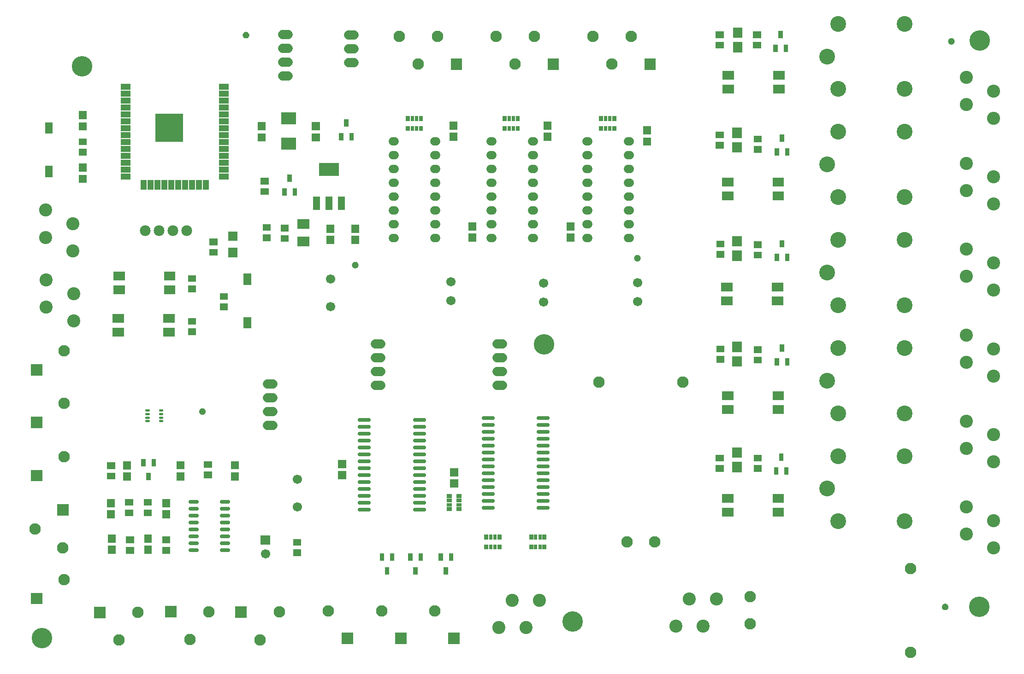
<source format=gts>
G04 Layer: TopSolderMaskLayer*
G04 EasyEDA v6.4.25, 2021-10-12T19:11:13--3:00*
G04 c22c5ad297e649dda918693bc59ac449,3e531cdebb5f4b4d8e7d377dd7e3e81f,10*
G04 Gerber Generator version 0.2*
G04 Scale: 100 percent, Rotated: No, Reflected: No *
G04 Dimensions in millimeters *
G04 leading zeros omitted , absolute positions ,4 integer and 5 decimal *
%FSLAX45Y45*%
%MOMM*%

%ADD65C,0.6616*%
%ADD66C,1.7272*%
%ADD67C,1.5616*%
%ADD68C,0.4656*%
%ADD69C,0.7016*%
%ADD70R,1.4516X1.5116*%
%ADD72C,2.1016*%
%ADD78C,3.7592*%
%ADD80C,2.4016*%
%ADD88C,1.7016*%
%ADD89C,2.8956*%
%ADD90C,1.7018*%
%ADD93C,1.9812*%

%LPD*%
D65*
X-6336698Y-63893700D02*
G01*
X-6455199Y-63893700D01*
X-6336698Y-64020700D02*
G01*
X-6455199Y-64020700D01*
X-6336698Y-64147700D02*
G01*
X-6455199Y-64147700D01*
X-6336698Y-64274700D02*
G01*
X-6455199Y-64274700D01*
X-6336698Y-64401700D02*
G01*
X-6455199Y-64401700D01*
X-6336698Y-64528700D02*
G01*
X-6455199Y-64528700D01*
X-6336698Y-64655700D02*
G01*
X-6455199Y-64655700D01*
X-6336698Y-64782700D02*
G01*
X-6455199Y-64782700D01*
X-5762200Y-63893700D02*
G01*
X-5880701Y-63893700D01*
X-5762200Y-64020700D02*
G01*
X-5880701Y-64020700D01*
X-5762200Y-64147700D02*
G01*
X-5880701Y-64147700D01*
X-5762200Y-64274700D02*
G01*
X-5880701Y-64274700D01*
X-5762200Y-64401700D02*
G01*
X-5880701Y-64401700D01*
X-5762200Y-64528700D02*
G01*
X-5880701Y-64528700D01*
X-5762200Y-64655700D02*
G01*
X-5880701Y-64655700D01*
X-5762200Y-64782700D02*
G01*
X-5880701Y-64782700D01*
D66*
X-4762500Y-56057800D02*
G01*
X-4660900Y-56057800D01*
X-4762500Y-55803800D02*
G01*
X-4660900Y-55803800D01*
X-4762500Y-55549800D02*
G01*
X-4660900Y-55549800D01*
X-4762500Y-55295800D02*
G01*
X-4660900Y-55295800D01*
X-3556000Y-55816500D02*
G01*
X-3454400Y-55816500D01*
X-3556000Y-55562500D02*
G01*
X-3454400Y-55562500D01*
X-3556000Y-55308500D02*
G01*
X-3454400Y-55308500D01*
D67*
X-908850Y-57264300D02*
G01*
X-945349Y-57264300D01*
X-908850Y-57518300D02*
G01*
X-945349Y-57518300D01*
X-908850Y-57772300D02*
G01*
X-945349Y-57772300D01*
X-908850Y-58026300D02*
G01*
X-945349Y-58026300D01*
X-908850Y-58280300D02*
G01*
X-945349Y-58280300D01*
X-908850Y-58534300D02*
G01*
X-945349Y-58534300D01*
X-908850Y-58788300D02*
G01*
X-945349Y-58788300D01*
X-908850Y-59042300D02*
G01*
X-945349Y-59042300D01*
X-146850Y-57264300D02*
G01*
X-183349Y-57264300D01*
X-146850Y-57518300D02*
G01*
X-183349Y-57518300D01*
X-146850Y-57772300D02*
G01*
X-183349Y-57772300D01*
X-146850Y-58026300D02*
G01*
X-183349Y-58026300D01*
X-146850Y-58280300D02*
G01*
X-183349Y-58280300D01*
X-146850Y-58534300D02*
G01*
X-183349Y-58534300D01*
X-146850Y-58788300D02*
G01*
X-183349Y-58788300D01*
X-146850Y-59042300D02*
G01*
X-183349Y-59042300D01*
D66*
X-825500Y-61747400D02*
G01*
X-723900Y-61747400D01*
X-825500Y-61493400D02*
G01*
X-723900Y-61493400D01*
X-825500Y-61239400D02*
G01*
X-723900Y-61239400D01*
X-825500Y-60985400D02*
G01*
X-723900Y-60985400D01*
X-5041900Y-62484000D02*
G01*
X-4940300Y-62484000D01*
X-5041900Y-62230000D02*
G01*
X-4940300Y-62230000D01*
X-5041900Y-61976000D02*
G01*
X-4940300Y-61976000D01*
X-5041900Y-61722000D02*
G01*
X-4940300Y-61722000D01*
X-3060700Y-61747400D02*
G01*
X-2959100Y-61747400D01*
X-3060700Y-61493400D02*
G01*
X-2959100Y-61493400D01*
X-3060700Y-61239400D02*
G01*
X-2959100Y-61239400D01*
X-3060700Y-60985400D02*
G01*
X-2959100Y-60985400D01*
D68*
X-7230407Y-62208689D02*
G01*
X-7270706Y-62208689D01*
X-7230407Y-62273713D02*
G01*
X-7270706Y-62273713D01*
X-7230407Y-62338711D02*
G01*
X-7270706Y-62338711D01*
X-7230407Y-62403710D02*
G01*
X-7270706Y-62403710D01*
X-6978693Y-62403710D02*
G01*
X-7018992Y-62403710D01*
X-6978693Y-62338711D02*
G01*
X-7018992Y-62338711D01*
X-6978693Y-62273713D02*
G01*
X-7018992Y-62273713D01*
X-6978693Y-62208689D02*
G01*
X-7018992Y-62208689D01*
D69*
X-1073337Y-62350650D02*
G01*
X-903338Y-62350650D01*
X-1073337Y-62477650D02*
G01*
X-903338Y-62477650D01*
X-1073337Y-62604650D02*
G01*
X-903338Y-62604650D01*
X-1073337Y-62731650D02*
G01*
X-903338Y-62731650D01*
X-1073337Y-62858650D02*
G01*
X-903338Y-62858650D01*
X-1073337Y-62985650D02*
G01*
X-903338Y-62985650D01*
X-1073337Y-63112650D02*
G01*
X-903338Y-63112650D01*
X-1073337Y-63239650D02*
G01*
X-903338Y-63239650D01*
X-1073337Y-63366650D02*
G01*
X-903338Y-63366650D01*
X-1073337Y-63493650D02*
G01*
X-903338Y-63493650D01*
X-1073337Y-63620650D02*
G01*
X-903338Y-63620650D01*
X-1073337Y-63747650D02*
G01*
X-903338Y-63747650D01*
X-1073337Y-63874650D02*
G01*
X-903338Y-63874650D01*
X-1073337Y-64001650D02*
G01*
X-903338Y-64001650D01*
X-61833Y-62350650D02*
G01*
X108165Y-62350650D01*
X-61833Y-62477650D02*
G01*
X108165Y-62477650D01*
X-61833Y-62604650D02*
G01*
X108165Y-62604650D01*
X-61833Y-62731650D02*
G01*
X108165Y-62731650D01*
X-61833Y-62858650D02*
G01*
X108165Y-62858650D01*
X-61833Y-62985650D02*
G01*
X108165Y-62985650D01*
X-61833Y-63112650D02*
G01*
X108165Y-63112650D01*
X-61833Y-63239650D02*
G01*
X108165Y-63239650D01*
X-61833Y-63366650D02*
G01*
X108165Y-63366650D01*
X-61833Y-63493650D02*
G01*
X108165Y-63493650D01*
X-61833Y-63620650D02*
G01*
X108165Y-63620650D01*
X-61833Y-63747650D02*
G01*
X108165Y-63747650D01*
X-61833Y-63874650D02*
G01*
X108165Y-63874650D01*
X-61833Y-64001650D02*
G01*
X108165Y-64001650D01*
D67*
X-2705468Y-57264300D02*
G01*
X-2741968Y-57264300D01*
X-2705468Y-57518300D02*
G01*
X-2741968Y-57518300D01*
X-2705468Y-57772300D02*
G01*
X-2741968Y-57772300D01*
X-2705468Y-58026300D02*
G01*
X-2741968Y-58026300D01*
X-2705468Y-58280300D02*
G01*
X-2741968Y-58280300D01*
X-2705468Y-58534300D02*
G01*
X-2741968Y-58534300D01*
X-2705468Y-58788300D02*
G01*
X-2741968Y-58788300D01*
X-2705468Y-59042300D02*
G01*
X-2741968Y-59042300D01*
X-1943468Y-57264300D02*
G01*
X-1979968Y-57264300D01*
X-1943468Y-57518300D02*
G01*
X-1979968Y-57518300D01*
X-1943468Y-57772300D02*
G01*
X-1979968Y-57772300D01*
X-1943468Y-58026300D02*
G01*
X-1979968Y-58026300D01*
X-1943468Y-58280300D02*
G01*
X-1979968Y-58280300D01*
X-1943468Y-58534300D02*
G01*
X-1979968Y-58534300D01*
X-1943468Y-58788300D02*
G01*
X-1979968Y-58788300D01*
X-1943468Y-59042300D02*
G01*
X-1979968Y-59042300D01*
X850531Y-57264300D02*
G01*
X814031Y-57264300D01*
X850531Y-57518300D02*
G01*
X814031Y-57518300D01*
X850531Y-57772300D02*
G01*
X814031Y-57772300D01*
X850531Y-58026300D02*
G01*
X814031Y-58026300D01*
X850531Y-58280300D02*
G01*
X814031Y-58280300D01*
X850531Y-58534300D02*
G01*
X814031Y-58534300D01*
X850531Y-58788300D02*
G01*
X814031Y-58788300D01*
X850531Y-59042300D02*
G01*
X814031Y-59042300D01*
X1612531Y-57264300D02*
G01*
X1576031Y-57264300D01*
X1612531Y-57518300D02*
G01*
X1576031Y-57518300D01*
X1612531Y-57772300D02*
G01*
X1576031Y-57772300D01*
X1612531Y-58026300D02*
G01*
X1576031Y-58026300D01*
X1612531Y-58280300D02*
G01*
X1576031Y-58280300D01*
X1612531Y-58534300D02*
G01*
X1576031Y-58534300D01*
X1612531Y-58788300D02*
G01*
X1576031Y-58788300D01*
X1612531Y-59042300D02*
G01*
X1576031Y-59042300D01*
D69*
X-3346637Y-62382400D02*
G01*
X-3176638Y-62382400D01*
X-3346637Y-62509400D02*
G01*
X-3176638Y-62509400D01*
X-3346637Y-62636400D02*
G01*
X-3176638Y-62636400D01*
X-3346637Y-62763400D02*
G01*
X-3176638Y-62763400D01*
X-3346637Y-62890400D02*
G01*
X-3176638Y-62890400D01*
X-3346637Y-63017400D02*
G01*
X-3176638Y-63017400D01*
X-3346637Y-63144400D02*
G01*
X-3176638Y-63144400D01*
X-3346637Y-63271400D02*
G01*
X-3176638Y-63271400D01*
X-3346637Y-63398400D02*
G01*
X-3176638Y-63398400D01*
X-3346637Y-63525400D02*
G01*
X-3176638Y-63525400D01*
X-3346637Y-63652400D02*
G01*
X-3176638Y-63652400D01*
X-3346637Y-63779400D02*
G01*
X-3176638Y-63779400D01*
X-3346637Y-63906400D02*
G01*
X-3176638Y-63906400D01*
X-3346637Y-64033400D02*
G01*
X-3176638Y-64033400D01*
X-2335133Y-62382400D02*
G01*
X-2165134Y-62382400D01*
X-2335133Y-62509400D02*
G01*
X-2165134Y-62509400D01*
X-2335133Y-62636400D02*
G01*
X-2165134Y-62636400D01*
X-2335133Y-62763400D02*
G01*
X-2165134Y-62763400D01*
X-2335133Y-62890400D02*
G01*
X-2165134Y-62890400D01*
X-2335133Y-63017400D02*
G01*
X-2165134Y-63017400D01*
X-2335133Y-63144400D02*
G01*
X-2165134Y-63144400D01*
X-2335133Y-63271400D02*
G01*
X-2165134Y-63271400D01*
X-2335133Y-63398400D02*
G01*
X-2165134Y-63398400D01*
X-2335133Y-63525400D02*
G01*
X-2165134Y-63525400D01*
X-2335133Y-63652400D02*
G01*
X-2165134Y-63652400D01*
X-2335133Y-63779400D02*
G01*
X-2165134Y-63779400D01*
X-2335133Y-63906400D02*
G01*
X-2165134Y-63906400D01*
X-2335133Y-64033400D02*
G01*
X-2165134Y-64033400D01*
G36*
X-7692644Y-63500761D02*
G01*
X-7692644Y-63349631D01*
X-7547355Y-63349631D01*
X-7547355Y-63500761D01*
G37*
G36*
X-7692644Y-63294768D02*
G01*
X-7692644Y-63143638D01*
X-7547355Y-63143638D01*
X-7547355Y-63294768D01*
G37*
G36*
X-7986013Y-63287402D02*
G01*
X-7986013Y-63163958D01*
X-7838186Y-63163958D01*
X-7838186Y-63287402D01*
G37*
G36*
X-7986013Y-63480441D02*
G01*
X-7986013Y-63356998D01*
X-7838186Y-63356998D01*
X-7838186Y-63480441D01*
G37*
D72*
G01*
X6765899Y-66657600D03*
G01*
X6765899Y-65117599D03*
G01*
X3825900Y-66137586D03*
G01*
X3825900Y-65637587D03*
G01*
X2586100Y-61687100D03*
G01*
X1046098Y-61687100D03*
G01*
X2066086Y-64627099D03*
G01*
X1566087Y-64627099D03*
G36*
X-5761989Y-59395106D02*
G01*
X-5761989Y-59221624D01*
X-5591810Y-59221624D01*
X-5591810Y-59395106D01*
G37*
G36*
X-5761989Y-59091575D02*
G01*
X-5761989Y-58918093D01*
X-5591810Y-58918093D01*
X-5591810Y-59091575D01*
G37*
G36*
X-7266431Y-63489331D02*
G01*
X-7266431Y-63354204D01*
X-7186168Y-63354204D01*
X-7186168Y-63489331D01*
G37*
G36*
X-7361428Y-63239396D02*
G01*
X-7361428Y-63104268D01*
X-7281163Y-63104268D01*
X-7281163Y-63239396D01*
G37*
G36*
X-7171436Y-63239396D02*
G01*
X-7171436Y-63104268D01*
X-7091171Y-63104268D01*
X-7091171Y-63239396D01*
G37*
G36*
X-7731252Y-56317388D02*
G01*
X-7731252Y-56207152D01*
X-7555992Y-56207152D01*
X-7555992Y-56317388D01*
G37*
G36*
X-7731252Y-56444388D02*
G01*
X-7731252Y-56334152D01*
X-7555992Y-56334152D01*
X-7555992Y-56444388D01*
G37*
G36*
X-7731252Y-56571388D02*
G01*
X-7731252Y-56461152D01*
X-7555992Y-56461152D01*
X-7555992Y-56571388D01*
G37*
G36*
X-7731252Y-56698388D02*
G01*
X-7731252Y-56588152D01*
X-7555992Y-56588152D01*
X-7555992Y-56698388D01*
G37*
G36*
X-7731252Y-56825388D02*
G01*
X-7731252Y-56715152D01*
X-7555992Y-56715152D01*
X-7555992Y-56825388D01*
G37*
G36*
X-7731252Y-56952388D02*
G01*
X-7731252Y-56842152D01*
X-7555992Y-56842152D01*
X-7555992Y-56952388D01*
G37*
G36*
X-7731252Y-57079388D02*
G01*
X-7731252Y-56969152D01*
X-7555992Y-56969152D01*
X-7555992Y-57079388D01*
G37*
G36*
X-7731252Y-57206388D02*
G01*
X-7731252Y-57096152D01*
X-7555992Y-57096152D01*
X-7555992Y-57206388D01*
G37*
G36*
X-7731252Y-57333388D02*
G01*
X-7731252Y-57223152D01*
X-7555992Y-57223152D01*
X-7555992Y-57333388D01*
G37*
G36*
X-7731252Y-57460388D02*
G01*
X-7731252Y-57350152D01*
X-7555992Y-57350152D01*
X-7555992Y-57460388D01*
G37*
G36*
X-7731252Y-57587388D02*
G01*
X-7731252Y-57477152D01*
X-7555992Y-57477152D01*
X-7555992Y-57587388D01*
G37*
G36*
X-7731252Y-57714388D02*
G01*
X-7731252Y-57604152D01*
X-7555992Y-57604152D01*
X-7555992Y-57714388D01*
G37*
G36*
X-7731252Y-57841388D02*
G01*
X-7731252Y-57731152D01*
X-7555992Y-57731152D01*
X-7555992Y-57841388D01*
G37*
G36*
X-7731252Y-57968388D02*
G01*
X-7731252Y-57858152D01*
X-7555992Y-57858152D01*
X-7555992Y-57968388D01*
G37*
G36*
X-7370318Y-58150759D02*
G01*
X-7370318Y-57975500D01*
X-7260081Y-57975500D01*
X-7260081Y-58150759D01*
G37*
G36*
X-7243318Y-58150759D02*
G01*
X-7243318Y-57975500D01*
X-7133081Y-57975500D01*
X-7133081Y-58150759D01*
G37*
G36*
X-7116318Y-58150759D02*
G01*
X-7116318Y-57975500D01*
X-7006081Y-57975500D01*
X-7006081Y-58150759D01*
G37*
G36*
X-6989318Y-58150759D02*
G01*
X-6989318Y-57975500D01*
X-6879081Y-57975500D01*
X-6879081Y-58150759D01*
G37*
G36*
X-6862318Y-58150759D02*
G01*
X-6862318Y-57975500D01*
X-6752081Y-57975500D01*
X-6752081Y-58150759D01*
G37*
G36*
X-6735318Y-58150759D02*
G01*
X-6735318Y-57975500D01*
X-6625081Y-57975500D01*
X-6625081Y-58150759D01*
G37*
G36*
X-6608318Y-58150759D02*
G01*
X-6608318Y-57975500D01*
X-6498081Y-57975500D01*
X-6498081Y-58150759D01*
G37*
G36*
X-6481318Y-58150759D02*
G01*
X-6481318Y-57975500D01*
X-6371081Y-57975500D01*
X-6371081Y-58150759D01*
G37*
G36*
X-6354318Y-58150759D02*
G01*
X-6354318Y-57975500D01*
X-6244081Y-57975500D01*
X-6244081Y-58150759D01*
G37*
G36*
X-6227318Y-58150759D02*
G01*
X-6227318Y-57975500D01*
X-6117081Y-57975500D01*
X-6117081Y-58150759D01*
G37*
G36*
X-5931154Y-57968388D02*
G01*
X-5931154Y-57858152D01*
X-5756147Y-57858152D01*
X-5756147Y-57968388D01*
G37*
G36*
X-5931154Y-57841388D02*
G01*
X-5931154Y-57731152D01*
X-5756147Y-57731152D01*
X-5756147Y-57841388D01*
G37*
G36*
X-5931154Y-57714388D02*
G01*
X-5931154Y-57604152D01*
X-5756147Y-57604152D01*
X-5756147Y-57714388D01*
G37*
G36*
X-5931154Y-57587388D02*
G01*
X-5931154Y-57477152D01*
X-5756147Y-57477152D01*
X-5756147Y-57587388D01*
G37*
G36*
X-5931154Y-57460388D02*
G01*
X-5931154Y-57350152D01*
X-5756147Y-57350152D01*
X-5756147Y-57460388D01*
G37*
G36*
X-5931154Y-57333388D02*
G01*
X-5931154Y-57223152D01*
X-5756147Y-57223152D01*
X-5756147Y-57333388D01*
G37*
G36*
X-5931154Y-57206388D02*
G01*
X-5931154Y-57096152D01*
X-5756147Y-57096152D01*
X-5756147Y-57206388D01*
G37*
G36*
X-5931154Y-57079388D02*
G01*
X-5931154Y-56969152D01*
X-5756147Y-56969152D01*
X-5756147Y-57079388D01*
G37*
G36*
X-5931154Y-56952388D02*
G01*
X-5931154Y-56842152D01*
X-5756147Y-56842152D01*
X-5756147Y-56952388D01*
G37*
G36*
X-5931154Y-56825388D02*
G01*
X-5931154Y-56715152D01*
X-5756147Y-56715152D01*
X-5756147Y-56825388D01*
G37*
G36*
X-5931154Y-56698388D02*
G01*
X-5931154Y-56588152D01*
X-5756147Y-56588152D01*
X-5756147Y-56698388D01*
G37*
G36*
X-5931154Y-56571388D02*
G01*
X-5931154Y-56461152D01*
X-5756147Y-56461152D01*
X-5756147Y-56571388D01*
G37*
G36*
X-5931154Y-56444388D02*
G01*
X-5931154Y-56334152D01*
X-5756147Y-56334152D01*
X-5756147Y-56444388D01*
G37*
G36*
X-5931154Y-56317388D02*
G01*
X-5931154Y-56207152D01*
X-5756147Y-56207152D01*
X-5756147Y-56317388D01*
G37*
G36*
X-7098792Y-57266840D02*
G01*
X-7098792Y-56756554D01*
X-6588505Y-56756554D01*
X-6588505Y-57266840D01*
G37*
D78*
G01*
X8026400Y-65824100D03*
G36*
X-5480304Y-60703206D02*
G01*
X-5480304Y-60492893D01*
X-5340095Y-60492893D01*
X-5340095Y-60703206D01*
G37*
G36*
X-5480304Y-59903106D02*
G01*
X-5480304Y-59693048D01*
X-5340095Y-59693048D01*
X-5340095Y-59903106D01*
G37*
G36*
X-9125204Y-57121806D02*
G01*
X-9125204Y-56911748D01*
X-8984995Y-56911748D01*
X-8984995Y-57121806D01*
G37*
G36*
X-9125204Y-57921906D02*
G01*
X-9125204Y-57711593D01*
X-8984995Y-57711593D01*
X-8984995Y-57921906D01*
G37*
G36*
X3189986Y-57397141D02*
G01*
X3189986Y-57273698D01*
X3337813Y-57273698D01*
X3337813Y-57397141D01*
G37*
G36*
X3189986Y-57204102D02*
G01*
X3189986Y-57080658D01*
X3337813Y-57080658D01*
X3337813Y-57204102D01*
G37*
G36*
X3202686Y-61334141D02*
G01*
X3202686Y-61210698D01*
X3350513Y-61210698D01*
X3350513Y-61334141D01*
G37*
G36*
X3202686Y-61141102D02*
G01*
X3202686Y-61017658D01*
X3350513Y-61017658D01*
X3350513Y-61141102D01*
G37*
G36*
X3189986Y-55555641D02*
G01*
X3189986Y-55432198D01*
X3337813Y-55432198D01*
X3337813Y-55555641D01*
G37*
G36*
X3189986Y-55362602D02*
G01*
X3189986Y-55239158D01*
X3337813Y-55239158D01*
X3337813Y-55362602D01*
G37*
G36*
X3202686Y-59403741D02*
G01*
X3202686Y-59280298D01*
X3350513Y-59280298D01*
X3350513Y-59403741D01*
G37*
G36*
X3202686Y-59210702D02*
G01*
X3202686Y-59087258D01*
X3350513Y-59087258D01*
X3350513Y-59210702D01*
G37*
D80*
G01*
X-9114612Y-58527594D03*
G01*
X-9114612Y-59027593D03*
G01*
X-8614613Y-59277605D03*
G01*
X-8614613Y-58777606D03*
G01*
X-9101912Y-59810294D03*
G01*
X-9101912Y-60310293D03*
G01*
X-8601913Y-60560305D03*
G01*
X-8601913Y-60060306D03*
G36*
X3303524Y-58093609D02*
G01*
X3303524Y-57933590D01*
X3513581Y-57933590D01*
X3513581Y-58093609D01*
G37*
G36*
X3303524Y-58347609D02*
G01*
X3303524Y-58187590D01*
X3513581Y-58187590D01*
X3513581Y-58347609D01*
G37*
G36*
X4233418Y-58347609D02*
G01*
X4233418Y-58187590D01*
X4443475Y-58187590D01*
X4443475Y-58347609D01*
G37*
G36*
X4233418Y-58093609D02*
G01*
X4233418Y-57933590D01*
X4443475Y-57933590D01*
X4443475Y-58093609D01*
G37*
G36*
X3303524Y-62017909D02*
G01*
X3303524Y-61857890D01*
X3513581Y-61857890D01*
X3513581Y-62017909D01*
G37*
G36*
X3303524Y-62271909D02*
G01*
X3303524Y-62111890D01*
X3513581Y-62111890D01*
X3513581Y-62271909D01*
G37*
G36*
X4233418Y-62271909D02*
G01*
X4233418Y-62111890D01*
X4443475Y-62111890D01*
X4443475Y-62271909D01*
G37*
G36*
X4233418Y-62017909D02*
G01*
X4233418Y-61857890D01*
X4443475Y-61857890D01*
X4443475Y-62017909D01*
G37*
G36*
X3303524Y-63910209D02*
G01*
X3303524Y-63750190D01*
X3513581Y-63750190D01*
X3513581Y-63910209D01*
G37*
G36*
X3303524Y-64164209D02*
G01*
X3303524Y-64004190D01*
X3513581Y-64004190D01*
X3513581Y-64164209D01*
G37*
G36*
X4233418Y-64164209D02*
G01*
X4233418Y-64004190D01*
X4443475Y-64004190D01*
X4443475Y-64164209D01*
G37*
G36*
X4233418Y-63910209D02*
G01*
X4233418Y-63750190D01*
X4443475Y-63750190D01*
X4443475Y-63910209D01*
G37*
G36*
X3290824Y-60024009D02*
G01*
X3290824Y-59863990D01*
X3500881Y-59863990D01*
X3500881Y-60024009D01*
G37*
G36*
X3290824Y-60278009D02*
G01*
X3290824Y-60117990D01*
X3500881Y-60117990D01*
X3500881Y-60278009D01*
G37*
G36*
X4220718Y-60278009D02*
G01*
X4220718Y-60117990D01*
X4430775Y-60117990D01*
X4430775Y-60278009D01*
G37*
G36*
X4220718Y-60024009D02*
G01*
X4220718Y-59863990D01*
X4430775Y-59863990D01*
X4430775Y-60024009D01*
G37*
G36*
X3316224Y-56125109D02*
G01*
X3316224Y-55965090D01*
X3526281Y-55965090D01*
X3526281Y-56125109D01*
G37*
G36*
X3316224Y-56379109D02*
G01*
X3316224Y-56219090D01*
X3526281Y-56219090D01*
X3526281Y-56379109D01*
G37*
G36*
X4246118Y-56379109D02*
G01*
X4246118Y-56219090D01*
X4456175Y-56219090D01*
X4456175Y-56379109D01*
G37*
G36*
X4246118Y-56125109D02*
G01*
X4246118Y-55965090D01*
X4456175Y-55965090D01*
X4456175Y-56125109D01*
G37*
G36*
X-6500113Y-60038741D02*
G01*
X-6500113Y-59915298D01*
X-6352286Y-59915298D01*
X-6352286Y-60038741D01*
G37*
G36*
X-6500113Y-59845702D02*
G01*
X-6500113Y-59722258D01*
X-6352286Y-59722258D01*
X-6352286Y-59845702D01*
G37*
G36*
X-6500113Y-60826141D02*
G01*
X-6500113Y-60702698D01*
X-6352286Y-60702698D01*
X-6352286Y-60826141D01*
G37*
G36*
X-6500113Y-60633102D02*
G01*
X-6500113Y-60509658D01*
X-6352286Y-60509658D01*
X-6352286Y-60633102D01*
G37*
G36*
X-6942581Y-60074809D02*
G01*
X-6942581Y-59914790D01*
X-6732523Y-59914790D01*
X-6732523Y-60074809D01*
G37*
G36*
X-6942581Y-59820809D02*
G01*
X-6942581Y-59660790D01*
X-6732523Y-59660790D01*
X-6732523Y-59820809D01*
G37*
G36*
X-7872476Y-59820809D02*
G01*
X-7872476Y-59660790D01*
X-7662418Y-59660790D01*
X-7662418Y-59820809D01*
G37*
G36*
X-7872476Y-60074809D02*
G01*
X-7872476Y-59914790D01*
X-7662418Y-59914790D01*
X-7662418Y-60074809D01*
G37*
G36*
X-6955281Y-60849509D02*
G01*
X-6955281Y-60689490D01*
X-6745223Y-60689490D01*
X-6745223Y-60849509D01*
G37*
G36*
X-6955281Y-60595509D02*
G01*
X-6955281Y-60435490D01*
X-6745223Y-60435490D01*
X-6745223Y-60595509D01*
G37*
G36*
X-7885176Y-60595509D02*
G01*
X-7885176Y-60435490D01*
X-7675118Y-60435490D01*
X-7675118Y-60595509D01*
G37*
G36*
X-7885176Y-60849509D02*
G01*
X-7885176Y-60689490D01*
X-7675118Y-60689490D01*
X-7675118Y-60849509D01*
G37*
G01*
X8289112Y-63156312D03*
G01*
X8289112Y-62656313D03*
G01*
X7789113Y-62406301D03*
G01*
X7789113Y-62906300D03*
G01*
X8289112Y-58416316D03*
G01*
X8289112Y-57916318D03*
G01*
X7789113Y-57666305D03*
G01*
X7789113Y-58166304D03*
G01*
X8289112Y-64736319D03*
G01*
X8289112Y-64236320D03*
G01*
X7789113Y-63986308D03*
G01*
X7789113Y-64486307D03*
G01*
X8289112Y-56836309D03*
G01*
X8289112Y-56336311D03*
G01*
X7789113Y-56086298D03*
G01*
X7789113Y-56586297D03*
G01*
X8289112Y-59996298D03*
G01*
X8289112Y-59496299D03*
G01*
X7789113Y-59246287D03*
G01*
X7789113Y-59746286D03*
G01*
X8289112Y-61576305D03*
G01*
X8289112Y-61076306D03*
G01*
X7789113Y-60826294D03*
G01*
X7789113Y-61326293D03*
G36*
X-9384792Y-61570361D02*
G01*
X-9384792Y-61360050D01*
X-9174734Y-61360050D01*
X-9174734Y-61570361D01*
G37*
D72*
G01*
X-8779713Y-61115193D03*
G36*
X-9384792Y-62535561D02*
G01*
X-9384792Y-62325250D01*
X-9174734Y-62325250D01*
X-9174734Y-62535561D01*
G37*
G01*
X-8779713Y-62080393D03*
G36*
X-5223002Y-57265061D02*
G01*
X-5223002Y-57113931D01*
X-5077713Y-57113931D01*
X-5077713Y-57265061D01*
G37*
G36*
X-5223002Y-57059068D02*
G01*
X-5223002Y-56907938D01*
X-5077713Y-56907938D01*
X-5077713Y-57059068D01*
G37*
D80*
G01*
X2457094Y-66175686D03*
G01*
X2957093Y-66175686D03*
G01*
X3207105Y-65675687D03*
G01*
X2707106Y-65675687D03*
G36*
X-7985760Y-63989204D02*
G01*
X-7985760Y-63838074D01*
X-7840726Y-63838074D01*
X-7840726Y-63989204D01*
G37*
G36*
X-7985760Y-64195198D02*
G01*
X-7985760Y-64044068D01*
X-7840726Y-64044068D01*
X-7840726Y-64195198D01*
G37*
G36*
X-6969760Y-64195198D02*
G01*
X-6969760Y-64044068D01*
X-6824726Y-64044068D01*
X-6824726Y-64195198D01*
G37*
G36*
X-6969760Y-63989204D02*
G01*
X-6969760Y-63838074D01*
X-6824726Y-63838074D01*
X-6824726Y-63989204D01*
G37*
D70*
G01*
X-7232726Y-64565402D03*
G01*
X-7232726Y-64771397D03*
G36*
X-8505444Y-57821068D02*
G01*
X-8505444Y-57669938D01*
X-8360155Y-57669938D01*
X-8360155Y-57821068D01*
G37*
G36*
X-8505444Y-58027061D02*
G01*
X-8505444Y-57875931D01*
X-8360155Y-57875931D01*
X-8360155Y-58027061D01*
G37*
G36*
X-8505444Y-57061861D02*
G01*
X-8505444Y-56910731D01*
X-8360155Y-56910731D01*
X-8360155Y-57061861D01*
G37*
G36*
X-8505444Y-56855868D02*
G01*
X-8505444Y-56704738D01*
X-8360155Y-56704738D01*
X-8360155Y-56855868D01*
G37*
G36*
X-3959605Y-58943240D02*
G01*
X-3959605Y-58792109D01*
X-3814571Y-58792109D01*
X-3814571Y-58943240D01*
G37*
G36*
X-3959605Y-59149234D02*
G01*
X-3959605Y-58998104D01*
X-3814571Y-58998104D01*
X-3814571Y-59149234D01*
G37*
G36*
X-4225544Y-57059068D02*
G01*
X-4225544Y-56907938D01*
X-4080255Y-56907938D01*
X-4080255Y-57059068D01*
G37*
G36*
X-4225544Y-57265061D02*
G01*
X-4225544Y-57113931D01*
X-4080255Y-57113931D01*
X-4080255Y-57265061D01*
G37*
G36*
X-3501897Y-59149234D02*
G01*
X-3501897Y-58998104D01*
X-3356863Y-58998104D01*
X-3356863Y-59149234D01*
G37*
G36*
X-3501897Y-58943240D02*
G01*
X-3501897Y-58792109D01*
X-3356863Y-58792109D01*
X-3356863Y-58943240D01*
G37*
G36*
X-1348486Y-59106561D02*
G01*
X-1348486Y-58955431D01*
X-1203452Y-58955431D01*
X-1203452Y-59106561D01*
G37*
G36*
X-1348486Y-58900568D02*
G01*
X-1348486Y-58749438D01*
X-1203452Y-58749438D01*
X-1203452Y-58900568D01*
G37*
G36*
X454913Y-59106561D02*
G01*
X454913Y-58955431D01*
X599947Y-58955431D01*
X599947Y-59106561D01*
G37*
G36*
X454913Y-58900568D02*
G01*
X454913Y-58749438D01*
X599947Y-58749438D01*
X599947Y-58900568D01*
G37*
G36*
X-6710426Y-63293243D02*
G01*
X-6710426Y-63142114D01*
X-6565137Y-63142114D01*
X-6565137Y-63293243D01*
G37*
G36*
X-6710426Y-63499238D02*
G01*
X-6710426Y-63348108D01*
X-6565137Y-63348108D01*
X-6565137Y-63499238D01*
G37*
G36*
X-7657084Y-64154558D02*
G01*
X-7657084Y-64031114D01*
X-7509255Y-64031114D01*
X-7509255Y-64154558D01*
G37*
G36*
X-7657084Y-63961264D02*
G01*
X-7657084Y-63838074D01*
X-7509255Y-63838074D01*
X-7509255Y-63961264D01*
G37*
G36*
X-6208013Y-63458598D02*
G01*
X-6208013Y-63335154D01*
X-6060186Y-63335154D01*
X-6060186Y-63458598D01*
G37*
G36*
X-6208013Y-63265558D02*
G01*
X-6208013Y-63142114D01*
X-6060186Y-63142114D01*
X-6060186Y-63265558D01*
G37*
G36*
X-4569713Y-64697102D02*
G01*
X-4569713Y-64573658D01*
X-4421886Y-64573658D01*
X-4421886Y-64697102D01*
G37*
G36*
X-4569713Y-64890141D02*
G01*
X-4569713Y-64766698D01*
X-4421886Y-64766698D01*
X-4421886Y-64890141D01*
G37*
G36*
X-5166613Y-58055002D02*
G01*
X-5166613Y-57931558D01*
X-5018786Y-57931558D01*
X-5018786Y-58055002D01*
G37*
G36*
X-5166613Y-58248041D02*
G01*
X-5166613Y-58124598D01*
X-5018786Y-58124598D01*
X-5018786Y-58248041D01*
G37*
G36*
X-5915913Y-60368941D02*
G01*
X-5915913Y-60245498D01*
X-5768086Y-60245498D01*
X-5768086Y-60368941D01*
G37*
G36*
X-5915913Y-60175902D02*
G01*
X-5915913Y-60052458D01*
X-5768086Y-60052458D01*
X-5768086Y-60175902D01*
G37*
G36*
X-8506713Y-57331102D02*
G01*
X-8506713Y-57207658D01*
X-8358886Y-57207658D01*
X-8358886Y-57331102D01*
G37*
G36*
X-8506713Y-57524141D02*
G01*
X-8506713Y-57400698D01*
X-8358886Y-57400698D01*
X-8358886Y-57524141D01*
G37*
G36*
X-4798313Y-58918602D02*
G01*
X-4798313Y-58795158D01*
X-4650486Y-58795158D01*
X-4650486Y-58918602D01*
G37*
G36*
X-4798313Y-59111641D02*
G01*
X-4798313Y-58988198D01*
X-4650486Y-58988198D01*
X-4650486Y-59111641D01*
G37*
G36*
X-5128513Y-59098941D02*
G01*
X-5128513Y-58975498D01*
X-4980686Y-58975498D01*
X-4980686Y-59098941D01*
G37*
G36*
X-5128513Y-58905902D02*
G01*
X-5128513Y-58782458D01*
X-4980686Y-58782458D01*
X-4980686Y-58905902D01*
G37*
G36*
X-7640065Y-64653668D02*
G01*
X-7640065Y-64530224D01*
X-7492237Y-64530224D01*
X-7492237Y-64653668D01*
G37*
G36*
X-7640065Y-64846961D02*
G01*
X-7640065Y-64723518D01*
X-7492237Y-64723518D01*
X-7492237Y-64846961D01*
G37*
G36*
X-6973315Y-64653668D02*
G01*
X-6973315Y-64530224D01*
X-6825487Y-64530224D01*
X-6825487Y-64653668D01*
G37*
G36*
X-6973315Y-64846961D02*
G01*
X-6973315Y-64723518D01*
X-6825487Y-64723518D01*
X-6825487Y-64846961D01*
G37*
G36*
X-7314184Y-63961264D02*
G01*
X-7314184Y-63838074D01*
X-7166355Y-63838074D01*
X-7166355Y-63961264D01*
G37*
G36*
X-7314184Y-64154558D02*
G01*
X-7314184Y-64031114D01*
X-7166355Y-64031114D01*
X-7166355Y-64154558D01*
G37*
G36*
X-5710428Y-63293243D02*
G01*
X-5710428Y-63142114D01*
X-5565139Y-63142114D01*
X-5565139Y-63293243D01*
G37*
G36*
X-5710428Y-63499238D02*
G01*
X-5710428Y-63348108D01*
X-5565139Y-63348108D01*
X-5565139Y-63499238D01*
G37*
G36*
X1857755Y-57135268D02*
G01*
X1857755Y-56984138D01*
X2003043Y-56984138D01*
X2003043Y-57135268D01*
G37*
G36*
X1857755Y-57341261D02*
G01*
X1857755Y-57190131D01*
X2003043Y-57190131D01*
X2003043Y-57341261D01*
G37*
G36*
X28955Y-57046368D02*
G01*
X28955Y-56895238D01*
X174244Y-56895238D01*
X174244Y-57046368D01*
G37*
G36*
X28955Y-57252361D02*
G01*
X28955Y-57101231D01*
X174244Y-57101231D01*
X174244Y-57252361D01*
G37*
G36*
X-1698244Y-57046368D02*
G01*
X-1698244Y-56895238D01*
X-1552955Y-56895238D01*
X-1552955Y-57046368D01*
G37*
G36*
X-1698244Y-57252361D02*
G01*
X-1698244Y-57101231D01*
X-1552955Y-57101231D01*
X-1552955Y-57252361D01*
G37*
G36*
X-1685544Y-63627761D02*
G01*
X-1685544Y-63476631D01*
X-1540255Y-63476631D01*
X-1540255Y-63627761D01*
G37*
G36*
X-1685544Y-63421768D02*
G01*
X-1685544Y-63270638D01*
X-1540255Y-63270638D01*
X-1540255Y-63421768D01*
G37*
G36*
X-3742944Y-63475361D02*
G01*
X-3742944Y-63324231D01*
X-3597655Y-63324231D01*
X-3597655Y-63475361D01*
G37*
G36*
X-3742944Y-63269368D02*
G01*
X-3742944Y-63118238D01*
X-3597655Y-63118238D01*
X-3597655Y-63269368D01*
G37*
G36*
X-7972044Y-64640968D02*
G01*
X-7972044Y-64489838D01*
X-7826755Y-64489838D01*
X-7826755Y-64640968D01*
G37*
G36*
X-7972044Y-64846961D02*
G01*
X-7972044Y-64695831D01*
X-7826755Y-64695831D01*
X-7826755Y-64846961D01*
G37*
G36*
X3507993Y-55357522D02*
G01*
X3507993Y-55168800D01*
X3680206Y-55168800D01*
X3680206Y-55357522D01*
G37*
G36*
X3507993Y-55626000D02*
G01*
X3507993Y-55437277D01*
X3680206Y-55437277D01*
X3680206Y-55626000D01*
G37*
G36*
X3495293Y-59192922D02*
G01*
X3495293Y-59004200D01*
X3667506Y-59004200D01*
X3667506Y-59192922D01*
G37*
G36*
X3495293Y-59461400D02*
G01*
X3495293Y-59272677D01*
X3667506Y-59272677D01*
X3667506Y-59461400D01*
G37*
G36*
X3495293Y-61136022D02*
G01*
X3495293Y-60947300D01*
X3667506Y-60947300D01*
X3667506Y-61136022D01*
G37*
G36*
X3495293Y-61404500D02*
G01*
X3495293Y-61215777D01*
X3667506Y-61215777D01*
X3667506Y-61404500D01*
G37*
G36*
X3495293Y-57199022D02*
G01*
X3495293Y-57010300D01*
X3667506Y-57010300D01*
X3667506Y-57199022D01*
G37*
G36*
X3495293Y-57467500D02*
G01*
X3495293Y-57278777D01*
X3667506Y-57278777D01*
X3667506Y-57467500D01*
G37*
G36*
X3495293Y-63079122D02*
G01*
X3495293Y-62890400D01*
X3667506Y-62890400D01*
X3667506Y-63079122D01*
G37*
G36*
X3495293Y-63347600D02*
G01*
X3495293Y-63158877D01*
X3667506Y-63158877D01*
X3667506Y-63347600D01*
G37*
G36*
X-6106413Y-59172602D02*
G01*
X-6106413Y-59049158D01*
X-5958586Y-59049158D01*
X-5958586Y-59172602D01*
G37*
G36*
X-6106413Y-59365641D02*
G01*
X-6106413Y-59242198D01*
X-5958586Y-59242198D01*
X-5958586Y-59365641D01*
G37*
G36*
X3189986Y-63340741D02*
G01*
X3189986Y-63217298D01*
X3337813Y-63217298D01*
X3337813Y-63340741D01*
G37*
G36*
X3189986Y-63147702D02*
G01*
X3189986Y-63024258D01*
X3337813Y-63024258D01*
X3337813Y-63147702D01*
G37*
G36*
X-233679Y-64765427D02*
G01*
X-233679Y-64675258D01*
X-158495Y-64675258D01*
X-158495Y-64765427D01*
G37*
G36*
X-233679Y-64585341D02*
G01*
X-233679Y-64495172D01*
X-158495Y-64495172D01*
X-158495Y-64585341D01*
G37*
G36*
X-146304Y-64765427D02*
G01*
X-146304Y-64675258D01*
X-86105Y-64675258D01*
X-86105Y-64765427D01*
G37*
G36*
X-146304Y-64585341D02*
G01*
X-146304Y-64495172D01*
X-86105Y-64495172D01*
X-86105Y-64585341D01*
G37*
G36*
X-66294Y-64765427D02*
G01*
X-66294Y-64675258D01*
X-6095Y-64675258D01*
X-6095Y-64765427D01*
G37*
G36*
X-66294Y-64585341D02*
G01*
X-66294Y-64495172D01*
X-6095Y-64495172D01*
X-6095Y-64585341D01*
G37*
G36*
X6095Y-64765427D02*
G01*
X6095Y-64675258D01*
X81279Y-64675258D01*
X81279Y-64765427D01*
G37*
G36*
X6095Y-64585341D02*
G01*
X6095Y-64495172D01*
X81279Y-64495172D01*
X81279Y-64585341D01*
G37*
G36*
X-1567942Y-64063879D02*
G01*
X-1567942Y-63988696D01*
X-1477771Y-63988696D01*
X-1477771Y-64063879D01*
G37*
G36*
X-1748028Y-64063879D02*
G01*
X-1748028Y-63988696D01*
X-1657857Y-63988696D01*
X-1657857Y-64063879D01*
G37*
G36*
X-1567942Y-63976504D02*
G01*
X-1567942Y-63916306D01*
X-1477771Y-63916306D01*
X-1477771Y-63976504D01*
G37*
G36*
X-1748028Y-63976504D02*
G01*
X-1748028Y-63916306D01*
X-1657857Y-63916306D01*
X-1657857Y-63976504D01*
G37*
G36*
X-1567942Y-63896493D02*
G01*
X-1567942Y-63836296D01*
X-1477771Y-63836296D01*
X-1477771Y-63896493D01*
G37*
G36*
X-1748028Y-63896493D02*
G01*
X-1748028Y-63836296D01*
X-1657857Y-63836296D01*
X-1657857Y-63896493D01*
G37*
G36*
X-1567942Y-63824104D02*
G01*
X-1567942Y-63748920D01*
X-1477771Y-63748920D01*
X-1477771Y-63824104D01*
G37*
G36*
X-1748028Y-63824104D02*
G01*
X-1748028Y-63748920D01*
X-1657857Y-63748920D01*
X-1657857Y-63824104D01*
G37*
G36*
X3888486Y-59223402D02*
G01*
X3888486Y-59099958D01*
X4036313Y-59099958D01*
X4036313Y-59223402D01*
G37*
G36*
X3888486Y-59416441D02*
G01*
X3888486Y-59292998D01*
X4036313Y-59292998D01*
X4036313Y-59416441D01*
G37*
G36*
X3888486Y-57280302D02*
G01*
X3888486Y-57156858D01*
X4036313Y-57156858D01*
X4036313Y-57280302D01*
G37*
G36*
X3888486Y-57473341D02*
G01*
X3888486Y-57349898D01*
X4036313Y-57349898D01*
X4036313Y-57473341D01*
G37*
G36*
X3888486Y-61153802D02*
G01*
X3888486Y-61030358D01*
X4036313Y-61030358D01*
X4036313Y-61153802D01*
G37*
G36*
X3888486Y-61346841D02*
G01*
X3888486Y-61223398D01*
X4036313Y-61223398D01*
X4036313Y-61346841D01*
G37*
G36*
X3875786Y-55362602D02*
G01*
X3875786Y-55239158D01*
X4023613Y-55239158D01*
X4023613Y-55362602D01*
G37*
G36*
X3875786Y-55555641D02*
G01*
X3875786Y-55432198D01*
X4023613Y-55432198D01*
X4023613Y-55555641D01*
G37*
G36*
X3888486Y-63147702D02*
G01*
X3888486Y-63024258D01*
X4036313Y-63024258D01*
X4036313Y-63147702D01*
G37*
G36*
X3888486Y-63340741D02*
G01*
X3888486Y-63217298D01*
X4036313Y-63217298D01*
X4036313Y-63340741D01*
G37*
G36*
X-2500376Y-57069227D02*
G01*
X-2500376Y-56979058D01*
X-2425192Y-56979058D01*
X-2425192Y-57069227D01*
G37*
G36*
X-2500376Y-56889141D02*
G01*
X-2500376Y-56798972D01*
X-2425192Y-56798972D01*
X-2425192Y-56889141D01*
G37*
G36*
X-2412745Y-57069227D02*
G01*
X-2412745Y-56979058D01*
X-2352547Y-56979058D01*
X-2352547Y-57069227D01*
G37*
G36*
X-2412745Y-56889141D02*
G01*
X-2412745Y-56798972D01*
X-2352547Y-56798972D01*
X-2352547Y-56889141D01*
G37*
G36*
X-2332736Y-57069227D02*
G01*
X-2332736Y-56979058D01*
X-2272537Y-56979058D01*
X-2272537Y-57069227D01*
G37*
G36*
X-2332736Y-56889141D02*
G01*
X-2332736Y-56798972D01*
X-2272537Y-56798972D01*
X-2272537Y-56889141D01*
G37*
G36*
X-2260345Y-57069227D02*
G01*
X-2260345Y-56979058D01*
X-2185162Y-56979058D01*
X-2185162Y-57069227D01*
G37*
G36*
X-2260345Y-56889141D02*
G01*
X-2260345Y-56798972D01*
X-2185162Y-56798972D01*
X-2185162Y-56889141D01*
G37*
G36*
X-722376Y-57069227D02*
G01*
X-722376Y-56979058D01*
X-647192Y-56979058D01*
X-647192Y-57069227D01*
G37*
G36*
X-722376Y-56889141D02*
G01*
X-722376Y-56798972D01*
X-647192Y-56798972D01*
X-647192Y-56889141D01*
G37*
G36*
X-634745Y-57069227D02*
G01*
X-634745Y-56979058D01*
X-574547Y-56979058D01*
X-574547Y-57069227D01*
G37*
G36*
X-634745Y-56889141D02*
G01*
X-634745Y-56798972D01*
X-574547Y-56798972D01*
X-574547Y-56889141D01*
G37*
G36*
X-554736Y-57069227D02*
G01*
X-554736Y-56979058D01*
X-494537Y-56979058D01*
X-494537Y-57069227D01*
G37*
G36*
X-554736Y-56889141D02*
G01*
X-554736Y-56798972D01*
X-494537Y-56798972D01*
X-494537Y-56889141D01*
G37*
G36*
X-482345Y-57069227D02*
G01*
X-482345Y-56979058D01*
X-407162Y-56979058D01*
X-407162Y-57069227D01*
G37*
G36*
X-482345Y-56889141D02*
G01*
X-482345Y-56798972D01*
X-407162Y-56798972D01*
X-407162Y-56889141D01*
G37*
G36*
X1049020Y-57069227D02*
G01*
X1049020Y-56979058D01*
X1124204Y-56979058D01*
X1124204Y-57069227D01*
G37*
G36*
X1049020Y-56889141D02*
G01*
X1049020Y-56798972D01*
X1124204Y-56798972D01*
X1124204Y-56889141D01*
G37*
G36*
X1136395Y-57069227D02*
G01*
X1136395Y-56979058D01*
X1196594Y-56979058D01*
X1196594Y-57069227D01*
G37*
G36*
X1136395Y-56889141D02*
G01*
X1136395Y-56798972D01*
X1196594Y-56798972D01*
X1196594Y-56889141D01*
G37*
G36*
X1216405Y-57069227D02*
G01*
X1216405Y-56979058D01*
X1276604Y-56979058D01*
X1276604Y-57069227D01*
G37*
G36*
X1216405Y-56889141D02*
G01*
X1216405Y-56798972D01*
X1276604Y-56798972D01*
X1276604Y-56889141D01*
G37*
G36*
X1288795Y-57069227D02*
G01*
X1288795Y-56979058D01*
X1363979Y-56979058D01*
X1363979Y-57069227D01*
G37*
G36*
X1288795Y-56889141D02*
G01*
X1288795Y-56798972D01*
X1363979Y-56798972D01*
X1363979Y-56889141D01*
G37*
G36*
X-1059179Y-64765427D02*
G01*
X-1059179Y-64675258D01*
X-983995Y-64675258D01*
X-983995Y-64765427D01*
G37*
G36*
X-1059179Y-64585341D02*
G01*
X-1059179Y-64495172D01*
X-983995Y-64495172D01*
X-983995Y-64585341D01*
G37*
G36*
X-971804Y-64765427D02*
G01*
X-971804Y-64675258D01*
X-911605Y-64675258D01*
X-911605Y-64765427D01*
G37*
G36*
X-971804Y-64585341D02*
G01*
X-971804Y-64495172D01*
X-911605Y-64495172D01*
X-911605Y-64585341D01*
G37*
G36*
X-891794Y-64765427D02*
G01*
X-891794Y-64675258D01*
X-831595Y-64675258D01*
X-831595Y-64765427D01*
G37*
G36*
X-891794Y-64585341D02*
G01*
X-891794Y-64495172D01*
X-831595Y-64495172D01*
X-831595Y-64585341D01*
G37*
G36*
X-819404Y-64765427D02*
G01*
X-819404Y-64675258D01*
X-744220Y-64675258D01*
X-744220Y-64765427D01*
G37*
G36*
X-819404Y-64585341D02*
G01*
X-819404Y-64495172D01*
X-744220Y-64495172D01*
X-744220Y-64585341D01*
G37*
G36*
X7404100Y-65884298D02*
G01*
X7396734Y-65883790D01*
X7389622Y-65882520D01*
X7382763Y-65880488D01*
X7376159Y-65877440D01*
X7369809Y-65873629D01*
X7364222Y-65869058D01*
X7359141Y-65863977D01*
X7354570Y-65858390D01*
X7350759Y-65852040D01*
X7347711Y-65845436D01*
X7345679Y-65838577D01*
X7344409Y-65831466D01*
X7343902Y-65824100D01*
X7344409Y-65816734D01*
X7345679Y-65809622D01*
X7347711Y-65802764D01*
X7350759Y-65796159D01*
X7354570Y-65789809D01*
X7359141Y-65784222D01*
X7364222Y-65779141D01*
X7369809Y-65774570D01*
X7376159Y-65770759D01*
X7382763Y-65767711D01*
X7389622Y-65765679D01*
X7396734Y-65764409D01*
X7404100Y-65763902D01*
X7411465Y-65764409D01*
X7418577Y-65765679D01*
X7425436Y-65767711D01*
X7432040Y-65770759D01*
X7438390Y-65774570D01*
X7443977Y-65779141D01*
X7449058Y-65784222D01*
X7453629Y-65789809D01*
X7457440Y-65796159D01*
X7460488Y-65802764D01*
X7462520Y-65809622D01*
X7463790Y-65816734D01*
X7464297Y-65824100D01*
X7463790Y-65831466D01*
X7462520Y-65838577D01*
X7460488Y-65845436D01*
X7457440Y-65852040D01*
X7453629Y-65858390D01*
X7449058Y-65863977D01*
X7443977Y-65869058D01*
X7438390Y-65873629D01*
X7432040Y-65877440D01*
X7425436Y-65880488D01*
X7418577Y-65882520D01*
X7411465Y-65883790D01*
G37*
G36*
X-5435600Y-55368698D02*
G01*
X-5442965Y-55368190D01*
X-5450078Y-55366920D01*
X-5456936Y-55364888D01*
X-5463539Y-55361840D01*
X-5469889Y-55358029D01*
X-5475478Y-55353458D01*
X-5480557Y-55348377D01*
X-5485129Y-55342790D01*
X-5488939Y-55336440D01*
X-5491987Y-55329836D01*
X-5494020Y-55322977D01*
X-5495289Y-55315866D01*
X-5495797Y-55308500D01*
X-5495289Y-55301134D01*
X-5494020Y-55294022D01*
X-5491987Y-55287164D01*
X-5488939Y-55280559D01*
X-5485129Y-55274209D01*
X-5480557Y-55268622D01*
X-5475478Y-55263541D01*
X-5469889Y-55258970D01*
X-5463539Y-55255159D01*
X-5456936Y-55252111D01*
X-5450078Y-55250079D01*
X-5442965Y-55248809D01*
X-5435600Y-55248302D01*
X-5428234Y-55248809D01*
X-5421121Y-55250079D01*
X-5414263Y-55252111D01*
X-5407660Y-55255159D01*
X-5401310Y-55258970D01*
X-5395721Y-55263541D01*
X-5390642Y-55268622D01*
X-5386070Y-55274209D01*
X-5382260Y-55280559D01*
X-5379212Y-55287164D01*
X-5377179Y-55294022D01*
X-5375910Y-55301134D01*
X-5375402Y-55308500D01*
X-5375910Y-55315866D01*
X-5377179Y-55322977D01*
X-5379212Y-55329836D01*
X-5382260Y-55336440D01*
X-5386070Y-55342790D01*
X-5390642Y-55348377D01*
X-5395721Y-55353458D01*
X-5401310Y-55358029D01*
X-5407660Y-55361840D01*
X-5414263Y-55364888D01*
X-5421121Y-55366920D01*
X-5428234Y-55368190D01*
G37*
G36*
X1752600Y-59470798D02*
G01*
X1745234Y-59470290D01*
X1738121Y-59469020D01*
X1731263Y-59466988D01*
X1724660Y-59463940D01*
X1718310Y-59460129D01*
X1712721Y-59455558D01*
X1707642Y-59450477D01*
X1703070Y-59444890D01*
X1699260Y-59438540D01*
X1696212Y-59431936D01*
X1694179Y-59425077D01*
X1692910Y-59417966D01*
X1692402Y-59410600D01*
X1692910Y-59403234D01*
X1694179Y-59396122D01*
X1696212Y-59389264D01*
X1699260Y-59382659D01*
X1703070Y-59376309D01*
X1707642Y-59370722D01*
X1712721Y-59365641D01*
X1718310Y-59361070D01*
X1724660Y-59357259D01*
X1731263Y-59354211D01*
X1738121Y-59352179D01*
X1745234Y-59350909D01*
X1752600Y-59350402D01*
X1759965Y-59350909D01*
X1767078Y-59352179D01*
X1773936Y-59354211D01*
X1780539Y-59357259D01*
X1786889Y-59361070D01*
X1792478Y-59365641D01*
X1797557Y-59370722D01*
X1802129Y-59376309D01*
X1805939Y-59382659D01*
X1808987Y-59389264D01*
X1811020Y-59396122D01*
X1812289Y-59403234D01*
X1812797Y-59410600D01*
X1812289Y-59417966D01*
X1811020Y-59425077D01*
X1808987Y-59431936D01*
X1805939Y-59438540D01*
X1802129Y-59444890D01*
X1797557Y-59450477D01*
X1792478Y-59455558D01*
X1786889Y-59460129D01*
X1780539Y-59463940D01*
X1773936Y-59466988D01*
X1767078Y-59469020D01*
X1759965Y-59470290D01*
G37*
D78*
G01*
X-9182100Y-66395600D03*
G01*
X8039100Y-55410100D03*
G01*
X558800Y-66090800D03*
G01*
X-8445500Y-55880000D03*
G01*
X38100Y-60998100D03*
D88*
G01*
X-3886200Y-59791600D03*
G01*
X-3886200Y-60299600D03*
G01*
X-4495800Y-63474600D03*
G01*
X-4495800Y-63982600D03*
G36*
X-4675631Y-58006996D02*
G01*
X-4675631Y-57871868D01*
X-4595368Y-57871868D01*
X-4595368Y-58006996D01*
G37*
G36*
X-4580636Y-58256931D02*
G01*
X-4580636Y-58121804D01*
X-4500371Y-58121804D01*
X-4500371Y-58256931D01*
G37*
G36*
X-4770628Y-58256931D02*
G01*
X-4770628Y-58121804D01*
X-4690363Y-58121804D01*
X-4690363Y-58256931D01*
G37*
G36*
X-3634231Y-56990996D02*
G01*
X-3634231Y-56855868D01*
X-3553968Y-56855868D01*
X-3553968Y-56990996D01*
G37*
G36*
X-3539236Y-57240931D02*
G01*
X-3539236Y-57105804D01*
X-3458971Y-57105804D01*
X-3458971Y-57240931D01*
G37*
G36*
X-3729228Y-57240931D02*
G01*
X-3729228Y-57105804D01*
X-3648963Y-57105804D01*
X-3648963Y-57240931D01*
G37*
D80*
G01*
X-794105Y-66201086D03*
G01*
X-294106Y-66201086D03*
G01*
X-44094Y-65701087D03*
G01*
X-544093Y-65701087D03*
G36*
X-1720850Y-66504058D02*
G01*
X-1720850Y-66294000D01*
X-1510537Y-66294000D01*
X-1510537Y-66504058D01*
G37*
D72*
G01*
X-1965705Y-65899106D03*
G36*
X-3676650Y-66504058D02*
G01*
X-3676650Y-66294000D01*
X-3466337Y-66294000D01*
X-3466337Y-66504058D01*
G37*
G01*
X-3921505Y-65899106D03*
G36*
X-2698750Y-66504058D02*
G01*
X-2698750Y-66294000D01*
X-2488437Y-66294000D01*
X-2488437Y-66504058D01*
G37*
G01*
X-2943605Y-65899106D03*
G36*
X-9384792Y-65774061D02*
G01*
X-9384792Y-65563750D01*
X-9174734Y-65563750D01*
X-9174734Y-65774061D01*
G37*
G01*
X-8779713Y-65318893D03*
G36*
X-9384792Y-63513461D02*
G01*
X-9384792Y-63303150D01*
X-9174734Y-63303150D01*
X-9174734Y-63513461D01*
G37*
G01*
X-8779713Y-63058293D03*
G01*
X-8800084Y-64739011D03*
G01*
X-9310090Y-64389000D03*
G36*
X-8905239Y-64144143D02*
G01*
X-8905239Y-63933831D01*
X-8694928Y-63933831D01*
X-8694928Y-64144143D01*
G37*
G01*
X-6114287Y-65912009D03*
G01*
X-6464300Y-66422016D03*
G36*
X-6919468Y-66017140D02*
G01*
X-6919468Y-65806827D01*
X-6709155Y-65806827D01*
X-6709155Y-66017140D01*
G37*
G01*
X-7422387Y-65924709D03*
G01*
X-7772400Y-66434716D03*
G36*
X-8227568Y-66029840D02*
G01*
X-8227568Y-65819527D01*
X-8017255Y-65819527D01*
X-8017255Y-66029840D01*
G37*
G01*
X-4825593Y-65917902D03*
G01*
X-5175605Y-66427908D03*
G36*
X-5630671Y-66022981D02*
G01*
X-5630671Y-65812924D01*
X-5420613Y-65812924D01*
X-5420613Y-66022981D01*
G37*
G01*
X-2270505Y-55842890D03*
G01*
X-1920519Y-55332884D03*
G36*
X-1675637Y-55948072D02*
G01*
X-1675637Y-55737759D01*
X-1465326Y-55737759D01*
X-1465326Y-55948072D01*
G37*
G01*
X-2620492Y-55332884D03*
G01*
X-492505Y-55842890D03*
G01*
X-142519Y-55332884D03*
G36*
X102362Y-55948072D02*
G01*
X102362Y-55737759D01*
X312673Y-55737759D01*
X312673Y-55948072D01*
G37*
G01*
X-842492Y-55332884D03*
G01*
X1285494Y-55842890D03*
G01*
X1635480Y-55332884D03*
G36*
X1880362Y-55948072D02*
G01*
X1880362Y-55737759D01*
X2090674Y-55737759D01*
X2090674Y-55948072D01*
G37*
G01*
X935507Y-55332884D03*
D88*
G01*
X1752600Y-60207906D03*
G01*
X1752600Y-59857893D03*
G01*
X25400Y-60220606D03*
G01*
X25400Y-59870593D03*
G01*
X-1676400Y-60195206D03*
G01*
X-1676400Y-59845193D03*
G36*
X4354068Y-63137796D02*
G01*
X4354068Y-63002668D01*
X4434331Y-63002668D01*
X4434331Y-63137796D01*
G37*
G36*
X4449063Y-63387731D02*
G01*
X4449063Y-63252604D01*
X4529327Y-63252604D01*
X4529327Y-63387731D01*
G37*
G36*
X4259072Y-63387731D02*
G01*
X4259072Y-63252604D01*
X4339336Y-63252604D01*
X4339336Y-63387731D01*
G37*
G36*
X4366768Y-57270396D02*
G01*
X4366768Y-57135268D01*
X4447031Y-57135268D01*
X4447031Y-57270396D01*
G37*
G36*
X4461763Y-57520331D02*
G01*
X4461763Y-57385204D01*
X4542027Y-57385204D01*
X4542027Y-57520331D01*
G37*
G36*
X4271772Y-57520331D02*
G01*
X4271772Y-57385204D01*
X4352036Y-57385204D01*
X4352036Y-57520331D01*
G37*
G36*
X4366768Y-61131196D02*
G01*
X4366768Y-60996068D01*
X4447031Y-60996068D01*
X4447031Y-61131196D01*
G37*
G36*
X4461763Y-61381131D02*
G01*
X4461763Y-61246004D01*
X4542027Y-61246004D01*
X4542027Y-61381131D01*
G37*
G36*
X4271772Y-61381131D02*
G01*
X4271772Y-61246004D01*
X4352036Y-61246004D01*
X4352036Y-61381131D01*
G37*
G36*
X-2884931Y-65227961D02*
G01*
X-2884931Y-65092834D01*
X-2804668Y-65092834D01*
X-2804668Y-65227961D01*
G37*
G36*
X-2979928Y-64978025D02*
G01*
X-2979928Y-64842898D01*
X-2899663Y-64842898D01*
X-2899663Y-64978025D01*
G37*
G36*
X-2789936Y-64978025D02*
G01*
X-2789936Y-64842898D01*
X-2709671Y-64842898D01*
X-2709671Y-64978025D01*
G37*
G36*
X4366768Y-59213496D02*
G01*
X4366768Y-59078368D01*
X4447031Y-59078368D01*
X4447031Y-59213496D01*
G37*
G36*
X4461763Y-59463431D02*
G01*
X4461763Y-59328304D01*
X4542027Y-59328304D01*
X4542027Y-59463431D01*
G37*
G36*
X4271772Y-59463431D02*
G01*
X4271772Y-59328304D01*
X4352036Y-59328304D01*
X4352036Y-59463431D01*
G37*
G36*
X4341368Y-55365396D02*
G01*
X4341368Y-55230268D01*
X4421631Y-55230268D01*
X4421631Y-55365396D01*
G37*
G36*
X4436363Y-55615331D02*
G01*
X4436363Y-55480204D01*
X4516627Y-55480204D01*
X4516627Y-55615331D01*
G37*
G36*
X4246372Y-55615331D02*
G01*
X4246372Y-55480204D01*
X4326636Y-55480204D01*
X4326636Y-55615331D01*
G37*
D89*
G01*
X6660006Y-58287437D03*
G01*
X5239994Y-57687489D03*
G01*
X5439994Y-57087490D03*
G01*
X5439994Y-58287488D03*
G01*
X6660006Y-57087541D03*
G01*
X6660032Y-64249960D03*
G01*
X5240020Y-63650012D03*
G01*
X5440019Y-63050013D03*
G01*
X5440019Y-64250011D03*
G01*
X6660032Y-63050064D03*
G01*
X6660006Y-62262461D03*
G01*
X5239994Y-61662513D03*
G01*
X5439994Y-61062514D03*
G01*
X5439994Y-62262511D03*
G01*
X6660006Y-61062565D03*
G01*
X6660032Y-60274961D03*
G01*
X5240020Y-59675014D03*
G01*
X5440019Y-59075015D03*
G01*
X5440019Y-60275012D03*
G01*
X6660032Y-59075066D03*
G01*
X6660006Y-56299963D03*
G01*
X5239994Y-55700015D03*
G01*
X5439994Y-55100016D03*
G01*
X5439994Y-56300014D03*
G01*
X6660006Y-55100067D03*
G36*
X-1805431Y-65227961D02*
G01*
X-1805431Y-65092834D01*
X-1725168Y-65092834D01*
X-1725168Y-65227961D01*
G37*
G36*
X-1900428Y-64978025D02*
G01*
X-1900428Y-64842898D01*
X-1820163Y-64842898D01*
X-1820163Y-64978025D01*
G37*
G36*
X-1710436Y-64978025D02*
G01*
X-1710436Y-64842898D01*
X-1630171Y-64842898D01*
X-1630171Y-64978025D01*
G37*
D90*
G01*
X-5080000Y-64846200D03*
G36*
X-5165089Y-64677290D02*
G01*
X-5165089Y-64507109D01*
X-4994910Y-64507109D01*
X-4994910Y-64677290D01*
G37*
G36*
X-2364231Y-65227961D02*
G01*
X-2364231Y-65092834D01*
X-2283968Y-65092834D01*
X-2283968Y-65227961D01*
G37*
G36*
X-2459228Y-64978025D02*
G01*
X-2459228Y-64842898D01*
X-2378963Y-64842898D01*
X-2378963Y-64978025D01*
G37*
G36*
X-2269236Y-64978025D02*
G01*
X-2269236Y-64842898D01*
X-2188971Y-64842898D01*
X-2188971Y-64978025D01*
G37*
G36*
X-4788154Y-56945275D02*
G01*
X-4788154Y-56724804D01*
X-4517644Y-56724804D01*
X-4517644Y-56945275D01*
G37*
G36*
X-4788154Y-57415175D02*
G01*
X-4788154Y-57194958D01*
X-4517644Y-57194958D01*
X-4517644Y-57415175D01*
G37*
G36*
X-6235700Y-62290198D02*
G01*
X-6243065Y-62289690D01*
X-6250178Y-62288420D01*
X-6257036Y-62286388D01*
X-6263639Y-62283340D01*
X-6269989Y-62279529D01*
X-6275578Y-62274958D01*
X-6280657Y-62269877D01*
X-6285229Y-62264290D01*
X-6289039Y-62257940D01*
X-6292087Y-62251336D01*
X-6294120Y-62244477D01*
X-6295389Y-62237366D01*
X-6295897Y-62230000D01*
X-6295389Y-62222634D01*
X-6294120Y-62215522D01*
X-6292087Y-62208664D01*
X-6289039Y-62202059D01*
X-6285229Y-62195709D01*
X-6280657Y-62190122D01*
X-6275578Y-62185041D01*
X-6269989Y-62180470D01*
X-6263639Y-62176659D01*
X-6257036Y-62173611D01*
X-6250178Y-62171579D01*
X-6243065Y-62170309D01*
X-6235700Y-62169802D01*
X-6228334Y-62170309D01*
X-6221221Y-62171579D01*
X-6214363Y-62173611D01*
X-6207760Y-62176659D01*
X-6201410Y-62180470D01*
X-6195821Y-62185041D01*
X-6190742Y-62190122D01*
X-6186170Y-62195709D01*
X-6182360Y-62202059D01*
X-6179312Y-62208664D01*
X-6177279Y-62215522D01*
X-6176010Y-62222634D01*
X-6175502Y-62230000D01*
X-6176010Y-62237366D01*
X-6177279Y-62244477D01*
X-6179312Y-62251336D01*
X-6182360Y-62257940D01*
X-6186170Y-62264290D01*
X-6190742Y-62269877D01*
X-6195821Y-62274958D01*
X-6201410Y-62279529D01*
X-6207760Y-62283340D01*
X-6214363Y-62286388D01*
X-6221221Y-62288420D01*
X-6228334Y-62289690D01*
G37*
G36*
X-3429000Y-59597798D02*
G01*
X-3436365Y-59597290D01*
X-3443478Y-59596020D01*
X-3450336Y-59593988D01*
X-3456939Y-59590940D01*
X-3463289Y-59587129D01*
X-3468878Y-59582558D01*
X-3473957Y-59577477D01*
X-3478529Y-59571890D01*
X-3482339Y-59565540D01*
X-3485387Y-59558936D01*
X-3487420Y-59552077D01*
X-3488689Y-59544966D01*
X-3489197Y-59537600D01*
X-3488689Y-59530234D01*
X-3487420Y-59523122D01*
X-3485387Y-59516264D01*
X-3482339Y-59509659D01*
X-3478529Y-59503309D01*
X-3473957Y-59497722D01*
X-3468878Y-59492641D01*
X-3463289Y-59488070D01*
X-3456939Y-59484259D01*
X-3450336Y-59481211D01*
X-3443478Y-59479179D01*
X-3436365Y-59477909D01*
X-3429000Y-59477402D01*
X-3421634Y-59477909D01*
X-3414521Y-59479179D01*
X-3407663Y-59481211D01*
X-3401060Y-59484259D01*
X-3394710Y-59488070D01*
X-3389121Y-59492641D01*
X-3384042Y-59497722D01*
X-3379470Y-59503309D01*
X-3375660Y-59509659D01*
X-3372612Y-59516264D01*
X-3370579Y-59523122D01*
X-3369310Y-59530234D01*
X-3368802Y-59537600D01*
X-3369310Y-59544966D01*
X-3370579Y-59552077D01*
X-3372612Y-59558936D01*
X-3375660Y-59565540D01*
X-3379470Y-59571890D01*
X-3384042Y-59577477D01*
X-3389121Y-59582558D01*
X-3394710Y-59587129D01*
X-3401060Y-59590940D01*
X-3407663Y-59593988D01*
X-3414521Y-59596020D01*
X-3421634Y-59597290D01*
G37*
G36*
X7518400Y-55482998D02*
G01*
X7511034Y-55482490D01*
X7503922Y-55481220D01*
X7497063Y-55479188D01*
X7490459Y-55476140D01*
X7484109Y-55472329D01*
X7478522Y-55467758D01*
X7473441Y-55462677D01*
X7468870Y-55457090D01*
X7465059Y-55450740D01*
X7462011Y-55444136D01*
X7459979Y-55437277D01*
X7458709Y-55430166D01*
X7458202Y-55422800D01*
X7458709Y-55415434D01*
X7459979Y-55408322D01*
X7462011Y-55401464D01*
X7465059Y-55394859D01*
X7468870Y-55388509D01*
X7473441Y-55382922D01*
X7478522Y-55377841D01*
X7484109Y-55373270D01*
X7490459Y-55369459D01*
X7497063Y-55366411D01*
X7503922Y-55364379D01*
X7511034Y-55363109D01*
X7518400Y-55362602D01*
X7525765Y-55363109D01*
X7532877Y-55364379D01*
X7539736Y-55366411D01*
X7546340Y-55369459D01*
X7552690Y-55373270D01*
X7558277Y-55377841D01*
X7563358Y-55382922D01*
X7567929Y-55388509D01*
X7571740Y-55394859D01*
X7574788Y-55401464D01*
X7576820Y-55408322D01*
X7578090Y-55415434D01*
X7578597Y-55422800D01*
X7578090Y-55430166D01*
X7576820Y-55437277D01*
X7574788Y-55444136D01*
X7571740Y-55450740D01*
X7567929Y-55457090D01*
X7563358Y-55462677D01*
X7558277Y-55467758D01*
X7552690Y-55472329D01*
X7546340Y-55476140D01*
X7539736Y-55479188D01*
X7532877Y-55481220D01*
X7525765Y-55482490D01*
G37*
D93*
G01*
X-7289800Y-58902600D03*
G01*
X-7035800Y-58902600D03*
G01*
X-6781800Y-58902600D03*
G01*
X-6527800Y-58902600D03*
G36*
X-4096765Y-57900061D02*
G01*
X-4096765Y-57659777D01*
X-3726434Y-57659777D01*
X-3726434Y-57900061D01*
G37*
G36*
X-3746754Y-58519822D02*
G01*
X-3746754Y-58279538D01*
X-3616452Y-58279538D01*
X-3616452Y-58519822D01*
G37*
G36*
X-3976878Y-58519822D02*
G01*
X-3976878Y-58279538D01*
X-3846321Y-58279538D01*
X-3846321Y-58519822D01*
G37*
G36*
X-4206747Y-58519822D02*
G01*
X-4206747Y-58279538D01*
X-4076445Y-58279538D01*
X-4076445Y-58519822D01*
G37*
G36*
X-4491736Y-59190890D02*
G01*
X-4491736Y-59010550D01*
X-4271263Y-59010550D01*
X-4271263Y-59190890D01*
G37*
G36*
X-4491736Y-58870850D02*
G01*
X-4491736Y-58690509D01*
X-4271263Y-58690509D01*
X-4271263Y-58870850D01*
G37*
M02*

</source>
